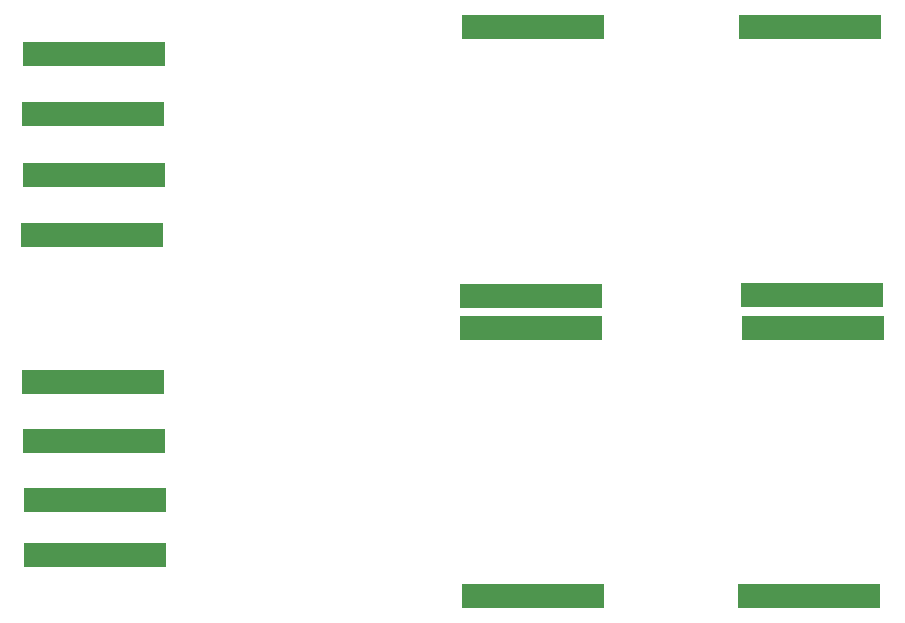
<source format=gtp>
G04 EAGLE Gerber RS-274X export*
G75*
%MOMM*%
%FSLAX34Y34*%
%LPD*%
%INSolderpaste Top*%
%IPPOS*%
%AMOC8*
5,1,8,0,0,1.08239X$1,22.5*%
G01*
%ADD10R,12.000000X2.000000*%


D10*
X258691Y451093D03*
X258513Y676785D03*
X257462Y625947D03*
X630613Y802028D03*
X258875Y778992D03*
X258300Y727785D03*
X866566Y574733D03*
X865030Y802015D03*
X629063Y546612D03*
X630115Y319749D03*
X257998Y500888D03*
X864456Y320136D03*
X867133Y546677D03*
X259701Y401065D03*
X259634Y354528D03*
X629018Y574347D03*
M02*

</source>
